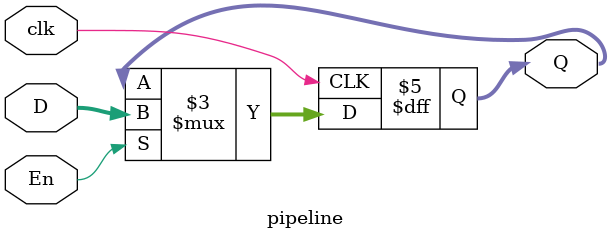
<source format=v>
module pipeline #(parameter width=32)(
input	clk,
//input	reset,
input	En,
input   [width-1:0] D,
output  reg [width-1:0] Q
);

initial
	Q <= 0;

always @(posedge clk)
begin
     if(En)
        Q <= D;
end

endmodule
</source>
